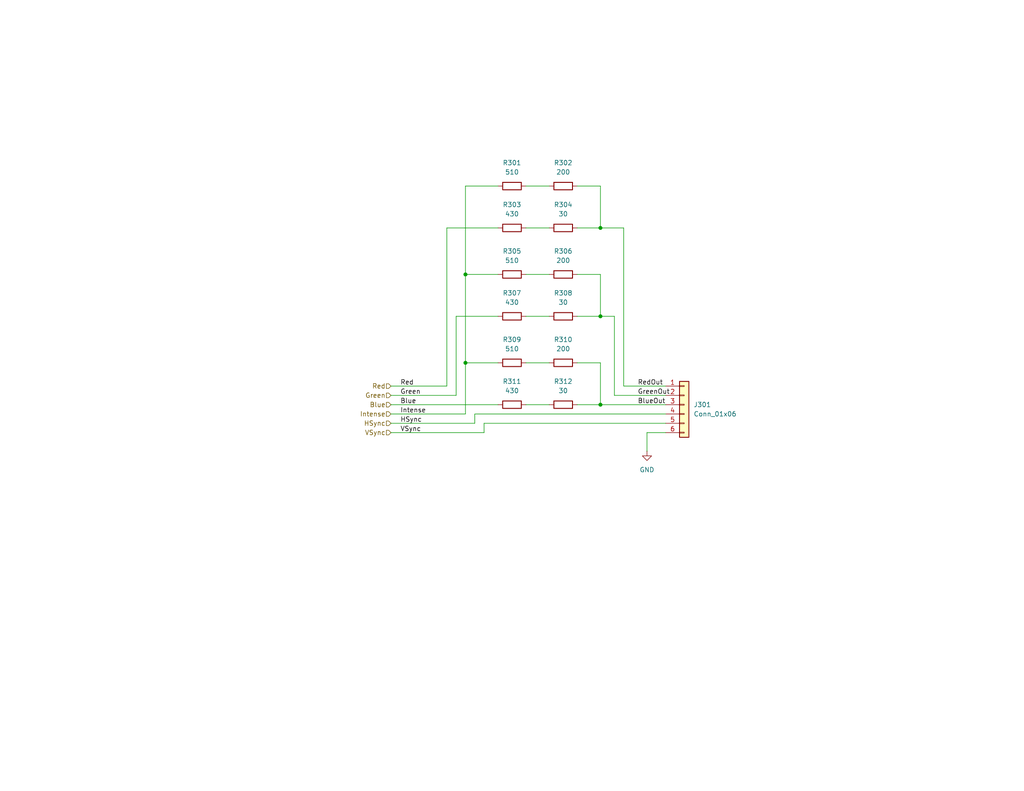
<source format=kicad_sch>
(kicad_sch (version 20250114) (generator "eeschema") (generator_version "9.0")
  (paper "USLetter")
  (title_block (title "DAC and output") (company "daveho hacks"))
  (lib_symbols
    (symbol "Connector_Generic:Conn_01x06" (pin_names (offset 1.016) (hide yes))
      (property "Reference" "J" (at 0 7.62 0))
      (property "Value" "Conn_01x06" (at 0 -10.16 0))
      (symbol "Conn_01x06_1_1"
        (rectangle (start -1.27 6.35) (end 1.27 -8.89) (stroke (width 0.254)) (fill (type background)))
        (rectangle (start -1.27 5.207) (end 0 4.953) (stroke (width 0.1524)))
        (rectangle (start -1.27 2.667) (end 0 2.413) (stroke (width 0.1524)))
        (rectangle (start -1.27 0.127) (end 0 -0.127) (stroke (width 0.1524)))
        (rectangle (start -1.27 -2.413) (end 0 -2.667) (stroke (width 0.1524)))
        (rectangle (start -1.27 -4.953) (end 0 -5.207) (stroke (width 0.1524)))
        (rectangle (start -1.27 -7.493) (end 0 -7.747) (stroke (width 0.1524)))
        (pin passive line (at -5.08 5.08 0) (length 3.81) (name "Pin_1") (number "1"))
        (pin passive line (at -5.08 2.54 0) (length 3.81) (name "Pin_2") (number "2"))
        (pin passive line (at -5.08 0 0) (length 3.81) (name "Pin_3") (number "3"))
        (pin passive line (at -5.08 -2.54 0) (length 3.81) (name "Pin_4") (number "4"))
        (pin passive line (at -5.08 -5.08 0) (length 3.81) (name "Pin_5") (number "5"))
        (pin passive line (at -5.08 -7.62 0) (length 3.81) (name "Pin_6") (number "6"))
      )
    )
    (symbol "Device:R" (pin_numbers (hide yes)) (pin_names (offset 0))
      (property "Reference" "R" (at 2.032 0 90))
      (property "Value" "R" (at 0 0 90))
      (symbol "R_0_1"
        (rectangle (start -1.016 -2.54) (end 1.016 2.54) (stroke (width 0.254)))
      )
      (symbol "R_1_1"
        (pin passive line (at 0 3.81 270) (length 1.27) (name "~") (number "1"))
        (pin passive line (at 0 -3.81 90) (length 1.27) (name "~") (number "2"))
      )
    )
    (symbol "power:GND" (power) (pin_numbers (hide yes)) (pin_names (offset 0) (hide yes))
      (property "Value" "GND" (at 0 -3.81 0))
      (symbol "GND_0_1"
        (polyline (pts (xy 0 0) (xy 0 -1.27) (xy 1.27 -1.27) (xy 0 -2.54) (xy -1.27 -1.27) (xy 0 -1.27)))
      )
      (symbol "GND_1_1"
        (pin power_in line (at 0 0 270) (length 0) (name "~") (number "1"))
      )
    )
  )
  (junction (at 127 74.93))
  (junction (at 163.83 86.36))
  (junction (at 127 99.06))
  (junction (at 163.83 110.49))
  (junction (at 163.83 62.23))
  (wire (pts (xy 143.51 62.23) (xy 149.86 62.23)))
  (wire (pts (xy 143.51 99.06) (xy 149.86 99.06)))
  (wire (pts (xy 163.83 110.49) (xy 157.48 110.49)))
  (wire (pts (xy 129.54 113.03) (xy 181.61 113.03)))
  (wire (pts (xy 163.83 86.36) (xy 167.64 86.36)))
  (wire (pts (xy 170.18 62.23) (xy 170.18 105.41)))
  (wire (pts (xy 167.64 107.95) (xy 181.61 107.95)))
  (wire (pts (xy 143.51 110.49) (xy 149.86 110.49)))
  (wire (pts (xy 163.83 62.23) (xy 157.48 62.23)))
  (wire (pts (xy 124.46 86.36) (xy 135.89 86.36)))
  (wire (pts (xy 106.68 110.49) (xy 135.89 110.49)))
  (wire (pts (xy 181.61 118.11) (xy 176.53 118.11)))
  (wire (pts (xy 127 99.06) (xy 127 113.03)))
  (wire (pts (xy 170.18 105.41) (xy 181.61 105.41)))
  (wire (pts (xy 106.68 105.41) (xy 121.92 105.41)))
  (wire (pts (xy 163.83 74.93) (xy 163.83 86.36)))
  (wire (pts (xy 143.51 74.93) (xy 149.86 74.93)))
  (wire (pts (xy 121.92 105.41) (xy 121.92 62.23)))
  (wire (pts (xy 132.08 118.11) (xy 132.08 115.57)))
  (wire (pts (xy 167.64 86.36) (xy 167.64 107.95)))
  (wire (pts (xy 132.08 115.57) (xy 181.61 115.57)))
  (wire (pts (xy 106.68 115.57) (xy 129.54 115.57)))
  (wire (pts (xy 157.48 99.06) (xy 163.83 99.06)))
  (wire (pts (xy 106.68 113.03) (xy 127 113.03)))
  (wire (pts (xy 124.46 86.36) (xy 124.46 107.95)))
  (wire (pts (xy 163.83 99.06) (xy 163.83 110.49)))
  (wire (pts (xy 163.83 50.8) (xy 163.83 62.23)))
  (wire (pts (xy 127 50.8) (xy 135.89 50.8)))
  (wire (pts (xy 135.89 99.06) (xy 127 99.06)))
  (wire (pts (xy 163.83 110.49) (xy 181.61 110.49)))
  (wire (pts (xy 129.54 115.57) (xy 129.54 113.03)))
  (wire (pts (xy 106.68 118.11) (xy 132.08 118.11)))
  (wire (pts (xy 157.48 74.93) (xy 163.83 74.93)))
  (wire (pts (xy 143.51 50.8) (xy 149.86 50.8)))
  (wire (pts (xy 135.89 74.93) (xy 127 74.93)))
  (wire (pts (xy 127 50.8) (xy 127 74.93)))
  (wire (pts (xy 143.51 86.36) (xy 149.86 86.36)))
  (wire (pts (xy 157.48 50.8) (xy 163.83 50.8)))
  (wire (pts (xy 163.83 62.23) (xy 170.18 62.23)))
  (wire (pts (xy 106.68 107.95) (xy 124.46 107.95)))
  (wire (pts (xy 176.53 118.11) (xy 176.53 123.19)))
  (wire (pts (xy 163.83 86.36) (xy 157.48 86.36)))
  (wire (pts (xy 127 99.06) (xy 127 74.93)))
  (wire (pts (xy 121.92 62.23) (xy 135.89 62.23)))
  (label "VSync" (at 109.22 118.11 0))
  (label "Intense" (at 109.22 113.03 0))
  (label "GreenOut" (at 173.99 107.95 0))
  (label "Red" (at 109.22 105.41 0))
  (label "RedOut" (at 173.99 105.41 0))
  (label "BlueOut" (at 173.99 110.49 0))
  (label "Green" (at 109.22 107.95 0))
  (label "Blue" (at 109.22 110.49 0))
  (label "HSync" (at 109.22 115.57 0))
  (hierarchical_label "Intense" (shape input) (at 106.68 113.03 180))
  (hierarchical_label "Blue" (shape input) (at 106.68 110.49 180))
  (hierarchical_label "Red" (shape input) (at 106.68 105.41 180))
  (hierarchical_label "VSync" (shape input) (at 106.68 118.11 180))
  (hierarchical_label "HSync" (shape input) (at 106.68 115.57 180))
  (hierarchical_label "Green" (shape input) (at 106.68 107.95 180))
  (symbol (lib_id "Device:R") (at 153.67 86.36 90) (unit 1)
    (property "Reference" "R308" (at 153.67 80.01 90))
    (property "Value" "30" (at 153.67 82.55 90))
    (property "Description" "Resistor" (effects (hide yes)))
  )
  (symbol (lib_id "Device:R") (at 153.67 99.06 90) (unit 1)
    (property "Reference" "R310" (at 153.67 92.71 90))
    (property "Value" "200" (at 153.67 95.25 90))
    (property "Description" "Resistor" (effects (hide yes)))
  )
  (symbol (lib_id "Device:R") (at 139.7 86.36 90) (unit 1)
    (property "Reference" "R307" (at 139.7 80.01 90))
    (property "Value" "430" (at 139.7 82.55 90))
    (property "Description" "Resistor" (effects (hide yes)))
  )
  (symbol (lib_id "Device:R") (at 139.7 110.49 90) (unit 1)
    (property "Reference" "R311" (at 139.7 104.14 90))
    (property "Value" "430" (at 139.7 106.68 90))
    (property "Description" "Resistor" (effects (hide yes)))
  )
  (symbol (lib_id "Device:R") (at 153.67 74.93 90) (unit 1)
    (property "Reference" "R306" (at 153.67 68.58 90))
    (property "Value" "200" (at 153.67 71.12 90))
    (property "Description" "Resistor" (effects (hide yes)))
  )
  (symbol (lib_id "Device:R") (at 153.67 110.49 90) (unit 1)
    (property "Reference" "R312" (at 153.67 104.14 90))
    (property "Value" "30" (at 153.67 106.68 90))
    (property "Description" "Resistor" (effects (hide yes)))
  )
  (symbol (lib_id "Device:R") (at 153.67 62.23 90) (unit 1)
    (property "Reference" "R304" (at 153.67 55.88 90))
    (property "Value" "30" (at 153.67 58.42 90))
    (property "Description" "Resistor" (effects (hide yes)))
  )
  (symbol (lib_id "Device:R") (at 153.67 50.8 90) (unit 1)
    (property "Reference" "R302" (at 153.67 44.45 90))
    (property "Value" "200" (at 153.67 46.99 90))
    (property "Description" "Resistor" (effects (hide yes)))
  )
  (symbol (lib_id "Device:R") (at 139.7 50.8 90) (unit 1)
    (property "Reference" "R301" (at 139.7 44.45 90))
    (property "Value" "510" (at 139.7 46.99 90))
    (property "Description" "Resistor" (effects (hide yes)))
  )
  (symbol (lib_id "Device:R") (at 139.7 99.06 90) (unit 1)
    (property "Reference" "R309" (at 139.7 92.71 90))
    (property "Value" "510" (at 139.7 95.25 90))
    (property "Description" "Resistor" (effects (hide yes)))
  )
  (symbol (lib_id "power:GND") (at 176.53 123.19 0) (unit 1)
    (property "Reference" "#PWR09" (effects (hide yes)))
    (property "Value" "GND" (at 176.53 128.27 0))
    (property "Description" "Power symbol creates a global label with name \"GND\" , ground" (effects (hide yes)))
  )
  (symbol (lib_id "Device:R") (at 139.7 74.93 90) (unit 1)
    (property "Reference" "R305" (at 139.7 68.58 90))
    (property "Value" "510" (at 139.7 71.12 90))
    (property "Description" "Resistor" (effects (hide yes)))
  )
  (symbol (lib_id "Device:R") (at 139.7 62.23 90) (unit 1)
    (property "Reference" "R303" (at 139.7 55.88 90))
    (property "Value" "430" (at 139.7 58.42 90))
    (property "Description" "Resistor" (effects (hide yes)))
  )
  (symbol (lib_id "Connector_Generic:Conn_01x06") (at 186.69 110.49 0) (unit 1)
    (property "Reference" "J301" (at 189.23 110.4899 0) (effects (justify left)))
    (property "Value" "Conn_01x06" (at 189.23 113.0299 0) (effects (justify left)))
    (property "Description" "Generic connector, single row, 01x06, script generated (kicad-library-utils/schlib/autogen/connector/)" (effects (hide yes)))
  )
)
</source>
